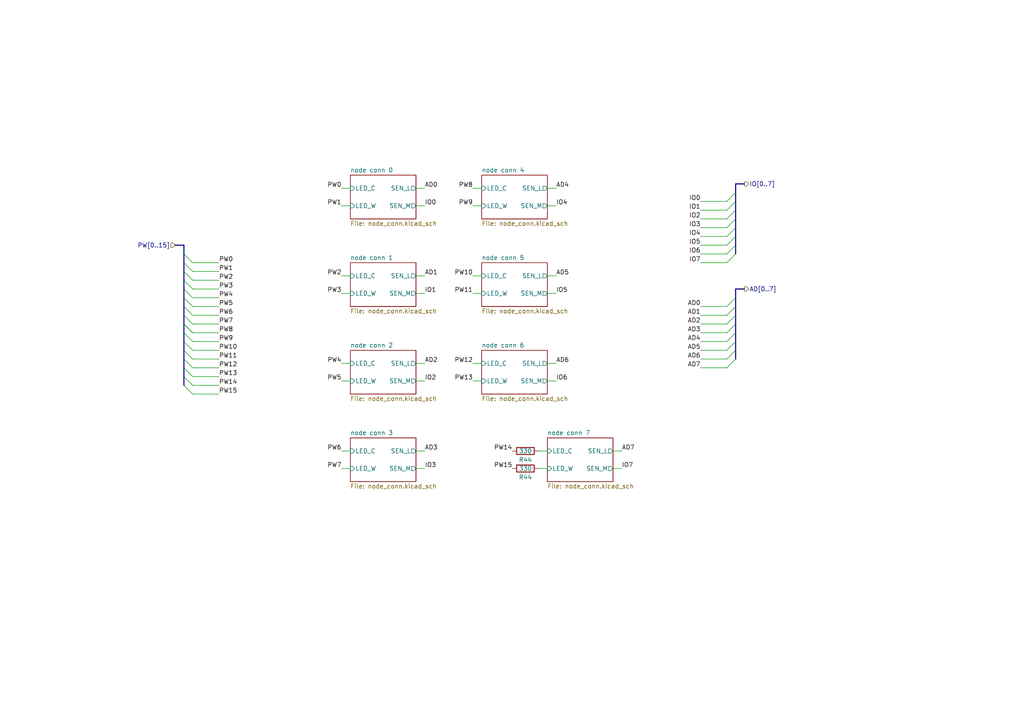
<source format=kicad_sch>
(kicad_sch (version 20231120) (generator "eeschema") (generator_version "8.0")
  (paper "A4")
  (lib_symbols
    (symbol "Device:R" (pin_numbers hide) (pin_names (offset 0))
      (property "Reference" "R" (at 2.032 0 90))
      (property "Value" "R" (at 0 0 90))
      (symbol "R_0_1"
        (rectangle (start -1.016 -2.54) (end 1.016 2.54) (stroke (width 0.254)))
      )
      (symbol "R_1_1"
        (pin passive line (at 0 3.81 270) (length 1.27) (name "~") (number "1"))
        (pin passive line (at 0 -3.81 90) (length 1.27) (name "~") (number "2"))
      )
    )
  )
  (bus_entry (at 55.88 78.74) (size -2.54 -2.54))
  (bus_entry (at 210.82 68.58) (size 2.54 -2.54))
  (bus_entry (at 210.82 66.04) (size 2.54 -2.54))
  (bus_entry (at 210.82 76.2) (size 2.54 -2.54))
  (bus_entry (at 210.82 106.68) (size 2.54 -2.54))
  (bus_entry (at 55.88 86.36) (size -2.54 -2.54))
  (bus_entry (at 55.88 101.6) (size -2.54 -2.54))
  (bus_entry (at 55.88 99.06) (size -2.54 -2.54))
  (bus_entry (at 55.88 111.76) (size -2.54 -2.54))
  (bus_entry (at 55.88 88.9) (size -2.54 -2.54))
  (bus_entry (at 210.82 88.9) (size 2.54 -2.54))
  (bus_entry (at 55.88 83.82) (size -2.54 -2.54))
  (bus_entry (at 55.88 114.3) (size -2.54 -2.54))
  (bus_entry (at 55.88 96.52) (size -2.54 -2.54))
  (bus_entry (at 210.82 104.14) (size 2.54 -2.54))
  (bus_entry (at 210.82 99.06) (size 2.54 -2.54))
  (bus_entry (at 55.88 106.68) (size -2.54 -2.54))
  (bus_entry (at 210.82 58.42) (size 2.54 -2.54))
  (bus_entry (at 210.82 71.12) (size 2.54 -2.54))
  (bus_entry (at 210.82 93.98) (size 2.54 -2.54))
  (bus_entry (at 210.82 63.5) (size 2.54 -2.54))
  (bus_entry (at 55.88 91.44) (size -2.54 -2.54))
  (bus_entry (at 55.88 96.52) (size -2.54 -2.54))
  (bus_entry (at 210.82 101.6) (size 2.54 -2.54))
  (bus_entry (at 55.88 81.28) (size -2.54 -2.54))
  (bus_entry (at 210.82 73.66) (size 2.54 -2.54))
  (bus_entry (at 210.82 96.52) (size 2.54 -2.54))
  (bus_entry (at 55.88 104.14) (size -2.54 -2.54))
  (bus_entry (at 55.88 93.98) (size -2.54 -2.54))
  (bus_entry (at 55.88 109.22) (size -2.54 -2.54))
  (bus_entry (at 210.82 60.96) (size 2.54 -2.54))
  (bus_entry (at 210.82 91.44) (size 2.54 -2.54))
  (bus_entry (at 55.88 76.2) (size -2.54 -2.54))
  (wire (pts (xy 99.06 105.41) (xy 101.6 105.41)))
  (wire (pts (xy 120.65 80.01) (xy 123.19 80.01)))
  (wire (pts (xy 99.06 59.69) (xy 101.6 59.69)))
  (wire (pts (xy 203.2 99.06) (xy 210.82 99.06)))
  (bus (pts (xy 53.34 86.36) (xy 53.34 83.82)))
  (bus (pts (xy 53.34 99.06) (xy 53.34 101.6)))
  (bus (pts (xy 53.34 73.66) (xy 53.34 71.12)))
  (bus (pts (xy 53.34 83.82) (xy 53.34 81.28)))
  (wire (pts (xy 203.2 73.66) (xy 210.82 73.66)))
  (wire (pts (xy 63.5 78.74) (xy 55.88 78.74)))
  (wire (pts (xy 158.75 85.09) (xy 161.29 85.09)))
  (wire (pts (xy 99.06 135.89) (xy 101.6 135.89)))
  (wire (pts (xy 63.5 91.44) (xy 55.88 91.44)))
  (wire (pts (xy 63.5 93.98) (xy 55.88 93.98)))
  (bus (pts (xy 213.36 83.82) (xy 215.9 83.82)))
  (bus (pts (xy 53.34 88.9) (xy 53.34 86.36)))
  (wire (pts (xy 63.5 99.06) (xy 55.88 99.06)))
  (bus (pts (xy 53.34 106.68) (xy 53.34 109.22)))
  (wire (pts (xy 203.2 104.14) (xy 210.82 104.14)))
  (wire (pts (xy 203.2 60.96) (xy 210.82 60.96)))
  (bus (pts (xy 53.34 104.14) (xy 53.34 106.68)))
  (wire (pts (xy 120.65 105.41) (xy 123.19 105.41)))
  (wire (pts (xy 203.2 96.52) (xy 210.82 96.52)))
  (wire (pts (xy 63.5 109.22) (xy 55.88 109.22)))
  (bus (pts (xy 53.34 96.52) (xy 53.34 99.06)))
  (wire (pts (xy 158.75 54.61) (xy 161.29 54.61)))
  (wire (pts (xy 177.8 130.81) (xy 180.34 130.81)))
  (bus (pts (xy 213.36 104.14) (xy 213.36 101.6)))
  (bus (pts (xy 53.34 91.44) (xy 53.34 88.9)))
  (wire (pts (xy 203.2 71.12) (xy 210.82 71.12)))
  (bus (pts (xy 53.34 78.74) (xy 53.34 76.2)))
  (wire (pts (xy 120.65 85.09) (xy 123.19 85.09)))
  (wire (pts (xy 99.06 110.49) (xy 101.6 110.49)))
  (wire (pts (xy 203.2 91.44) (xy 210.82 91.44)))
  (bus (pts (xy 213.36 96.52) (xy 213.36 93.98)))
  (wire (pts (xy 99.06 80.01) (xy 101.6 80.01)))
  (wire (pts (xy 99.06 54.61) (xy 101.6 54.61)))
  (wire (pts (xy 203.2 66.04) (xy 210.82 66.04)))
  (bus (pts (xy 213.36 91.44) (xy 213.36 88.9)))
  (wire (pts (xy 63.5 88.9) (xy 55.88 88.9)))
  (wire (pts (xy 120.65 130.81) (xy 123.19 130.81)))
  (bus (pts (xy 53.34 101.6) (xy 53.34 104.14)))
  (bus (pts (xy 53.34 81.28) (xy 53.34 78.74)))
  (wire (pts (xy 99.06 130.81) (xy 101.6 130.81)))
  (bus (pts (xy 53.34 93.98) (xy 53.34 96.52)))
  (wire (pts (xy 99.06 85.09) (xy 101.6 85.09)))
  (wire (pts (xy 203.2 93.98) (xy 210.82 93.98)))
  (wire (pts (xy 203.2 101.6) (xy 210.82 101.6)))
  (wire (pts (xy 63.5 104.14) (xy 55.88 104.14)))
  (bus (pts (xy 213.36 68.58) (xy 213.36 66.04)))
  (wire (pts (xy 137.16 54.61) (xy 139.7 54.61)))
  (wire (pts (xy 158.75 110.49) (xy 161.29 110.49)))
  (wire (pts (xy 158.75 105.41) (xy 161.29 105.41)))
  (wire (pts (xy 120.65 135.89) (xy 123.19 135.89)))
  (wire (pts (xy 63.5 76.2) (xy 55.88 76.2)))
  (wire (pts (xy 63.5 106.68) (xy 55.88 106.68)))
  (bus (pts (xy 53.34 109.22) (xy 53.34 111.76)))
  (bus (pts (xy 213.36 93.98) (xy 213.36 91.44)))
  (bus (pts (xy 213.36 88.9) (xy 213.36 86.36)))
  (bus (pts (xy 213.36 71.12) (xy 213.36 68.58)))
  (bus (pts (xy 53.34 71.12) (xy 50.8 71.12)))
  (wire (pts (xy 120.65 59.69) (xy 123.19 59.69)))
  (wire (pts (xy 63.5 96.52) (xy 55.88 96.52)))
  (bus (pts (xy 53.34 91.44) (xy 53.34 93.98)))
  (wire (pts (xy 137.16 105.41) (xy 139.7 105.41)))
  (bus (pts (xy 213.36 63.5) (xy 213.36 60.96)))
  (wire (pts (xy 203.2 68.58) (xy 210.82 68.58)))
  (wire (pts (xy 137.16 85.09) (xy 139.7 85.09)))
  (wire (pts (xy 203.2 76.2) (xy 210.82 76.2)))
  (wire (pts (xy 63.5 81.28) (xy 55.88 81.28)))
  (wire (pts (xy 120.65 54.61) (xy 123.19 54.61)))
  (bus (pts (xy 213.36 99.06) (xy 213.36 96.52)))
  (bus (pts (xy 213.36 55.88) (xy 213.36 53.34)))
  (bus (pts (xy 213.36 73.66) (xy 213.36 71.12)))
  (bus (pts (xy 213.36 53.34) (xy 215.9 53.34)))
  (bus (pts (xy 213.36 60.96) (xy 213.36 58.42)))
  (bus (pts (xy 213.36 86.36) (xy 213.36 83.82)))
  (wire (pts (xy 63.5 86.36) (xy 55.88 86.36)))
  (wire (pts (xy 137.16 59.69) (xy 139.7 59.69)))
  (bus (pts (xy 53.34 76.2) (xy 53.34 73.66)))
  (wire (pts (xy 177.8 135.89) (xy 180.34 135.89)))
  (wire (pts (xy 158.75 80.01) (xy 161.29 80.01)))
  (bus (pts (xy 213.36 58.42) (xy 213.36 55.88)))
  (wire (pts (xy 137.16 110.49) (xy 139.7 110.49)))
  (wire (pts (xy 156.21 130.81) (xy 158.75 130.81)))
  (wire (pts (xy 63.5 101.6) (xy 55.88 101.6)))
  (wire (pts (xy 63.5 111.76) (xy 55.88 111.76)))
  (wire (pts (xy 203.2 58.42) (xy 210.82 58.42)))
  (wire (pts (xy 63.5 83.82) (xy 55.88 83.82)))
  (wire (pts (xy 203.2 88.9) (xy 210.82 88.9)))
  (bus (pts (xy 213.36 101.6) (xy 213.36 99.06)))
  (wire (pts (xy 63.5 114.3) (xy 55.88 114.3)))
  (wire (pts (xy 203.2 106.68) (xy 210.82 106.68)))
  (wire (pts (xy 137.16 80.01) (xy 139.7 80.01)))
  (wire (pts (xy 156.21 135.89) (xy 158.75 135.89)))
  (wire (pts (xy 158.75 59.69) (xy 161.29 59.69)))
  (wire (pts (xy 203.2 63.5) (xy 210.82 63.5)))
  (bus (pts (xy 213.36 66.04) (xy 213.36 63.5)))
  (wire (pts (xy 120.65 110.49) (xy 123.19 110.49)))
  (label "IO5" (at 203.2 71.12 180))
  (label "PW5" (at 63.5 88.9 0))
  (label "AD3" (at 123.19 130.81 0))
  (label "PW2" (at 99.06 80.01 180))
  (label "IO6" (at 161.29 110.49 0))
  (label "PW13" (at 137.16 110.49 180))
  (label "IO1" (at 203.2 60.96 180))
  (label "AD5" (at 161.29 80.01 0))
  (label "IO5" (at 161.29 85.09 0))
  (label "PW11" (at 137.16 85.09 180))
  (label "PW4" (at 99.06 105.41 180))
  (label "PW9" (at 137.16 59.69 180))
  (label "PW1" (at 99.06 59.69 180))
  (label "PW13" (at 63.5 109.22 0))
  (label "IO0" (at 123.19 59.69 0))
  (label "AD7" (at 203.2 106.68 180))
  (label "PW12" (at 63.5 106.68 0))
  (label "PW15" (at 63.5 114.3 0))
  (label "PW3" (at 99.06 85.09 180))
  (label "PW1" (at 63.5 78.74 0))
  (label "IO4" (at 203.2 68.58 180))
  (label "PW12" (at 137.16 105.41 180))
  (label "AD3" (at 203.2 96.52 180))
  (label "IO0" (at 203.2 58.42 180))
  (label "PW14" (at 63.5 111.76 0))
  (label "AD4" (at 203.2 99.06 180))
  (label "PW6" (at 63.5 91.44 0))
  (label "PW2" (at 63.5 81.28 0))
  (label "AD6" (at 161.29 105.41 0))
  (label "IO1" (at 123.19 85.09 0))
  (label "PW15" (at 148.59 135.89 180))
  (label "AD1" (at 203.2 91.44 180))
  (label "IO4" (at 161.29 59.69 0))
  (label "AD6" (at 203.2 104.14 180))
  (label "PW10" (at 63.5 101.6 0))
  (label "PW0" (at 63.5 76.2 0))
  (label "PW4" (at 63.5 86.36 0))
  (label "PW10" (at 137.16 80.01 180))
  (label "IO3" (at 123.19 135.89 0))
  (label "PW6" (at 99.06 130.81 180))
  (label "IO6" (at 203.2 73.66 180))
  (label "AD5" (at 203.2 101.6 180))
  (label "AD2" (at 203.2 93.98 180))
  (label "PW11" (at 63.5 104.14 0))
  (label "PW14" (at 148.59 130.81 180))
  (label "PW8" (at 63.5 96.52 0))
  (label "IO2" (at 203.2 63.5 180))
  (label "IO7" (at 203.2 76.2 180))
  (label "PW8" (at 137.16 54.61 180))
  (label "AD0" (at 203.2 88.9 180))
  (label "IO7" (at 180.34 135.89 0))
  (label "PW0" (at 99.06 54.61 180))
  (label "AD2" (at 123.19 105.41 0))
  (label "PW7" (at 99.06 135.89 180))
  (label "AD1" (at 123.19 80.01 0))
  (label "IO3" (at 203.2 66.04 180))
  (label "AD7" (at 180.34 130.81 0))
  (label "AD0" (at 123.19 54.61 0))
  (label "AD4" (at 161.29 54.61 0))
  (label "PW9" (at 63.5 99.06 0))
  (label "PW3" (at 63.5 83.82 0))
  (label "PW7" (at 63.5 93.98 0))
  (label "IO2" (at 123.19 110.49 0))
  (label "PW5" (at 99.06 110.49 180))
  (hierarchical_label "IO[0..7]" (shape output) (at 215.9 53.34 0))
  (hierarchical_label "PW[0..15]" (shape input) (at 50.8 71.12 180))
  (hierarchical_label "AD[0..7]" (shape output) (at 215.9 83.82 0))
  (symbol (lib_id "Device:R") (at 152.4 130.81 90) (unit 1)
    (property "Reference" "R44" (at 152.4 133.35 90))
    (property "Value" "330" (at 152.4 130.81 90))
    (property "Footprint" "Resistor_SMD:R_0603_1608Metric_Pad0.98x0.95mm_HandSolder" (effects (hide yes)))
    (property "LCSC Part #" "C98220" (effects (hide yes)))
    (property "Total quantity" "10" (effects (hide yes)))
    (instances (project "myWindow" (path "" (reference "R44") (unit 1))) (project "corridor_distribution" (path "" (reference "R15") (unit 1))) (project "control_panel" (path "" (reference "R26") (unit 1))))
  )
  (symbol (lib_id "Device:R") (at 152.4 135.89 90) (unit 1)
    (property "Reference" "R44" (at 152.4 138.43 90))
    (property "Value" "330" (at 152.4 135.89 90))
    (property "Footprint" "Resistor_SMD:R_0603_1608Metric_Pad0.98x0.95mm_HandSolder" (effects (hide yes)))
    (property "LCSC Part #" "C98220" (effects (hide yes)))
    (property "Total quantity" "10" (effects (hide yes)))
    (instances (project "myWindow" (path "" (reference "R44") (unit 1))) (project "corridor_distribution" (path "" (reference "R14") (unit 1))) (project "control_panel" (path "" (reference "R26") (unit 1))))
  )
  (sheet (at 139.7 76.2) (size 19.05 12.7) (stroke (width 0.1524))
    (property "Sheetname" "node conn 5" (at 139.7 75.4884 0) (effects (justify left bottom)))
    (property "Sheetfile" "node_conn.kicad_sch" (at 139.7 89.4846 0) (effects (justify left top)))
    (pin "SEN_L" output (at 158.75 80.01 0))
    (pin "SEN_M" output (at 158.75 85.09 0))
    (pin "LED_C" input (at 139.7 80.01 180))
    (pin "LED_W" input (at 139.7 85.09 180))
  )
  (sheet (at 139.7 101.6) (size 19.05 12.7) (stroke (width 0.1524))
    (property "Sheetname" "node conn 6" (at 139.7 100.8884 0) (effects (justify left bottom)))
    (property "Sheetfile" "node_conn.kicad_sch" (at 139.7 114.8846 0) (effects (justify left top)))
    (pin "SEN_L" output (at 158.75 105.41 0))
    (pin "SEN_M" output (at 158.75 110.49 0))
    (pin "LED_C" input (at 139.7 105.41 180))
    (pin "LED_W" input (at 139.7 110.49 180))
  )
  (sheet (at 101.6 101.6) (size 19.05 12.7) (stroke (width 0.1524))
    (property "Sheetname" "node conn 2" (at 101.6 100.8884 0) (effects (justify left bottom)))
    (property "Sheetfile" "node_conn.kicad_sch" (at 101.6 114.8846 0) (effects (justify left top)))
    (pin "SEN_L" output (at 120.65 105.41 0))
    (pin "SEN_M" output (at 120.65 110.49 0))
    (pin "LED_C" input (at 101.6 105.41 180))
    (pin "LED_W" input (at 101.6 110.49 180))
  )
  (sheet (at 101.6 76.2) (size 19.05 12.7) (stroke (width 0.1524))
    (property "Sheetname" "node conn 1" (at 101.6 75.4884 0) (effects (justify left bottom)))
    (property "Sheetfile" "node_conn.kicad_sch" (at 101.6 89.4846 0) (effects (justify left top)))
    (pin "SEN_L" output (at 120.65 80.01 0))
    (pin "SEN_M" output (at 120.65 85.09 0))
    (pin "LED_C" input (at 101.6 80.01 180))
    (pin "LED_W" input (at 101.6 85.09 180))
  )
  (sheet (at 139.7 50.8) (size 19.05 12.7) (stroke (width 0.1524))
    (property "Sheetname" "node conn 4" (at 139.7 50.0884 0) (effects (justify left bottom)))
    (property "Sheetfile" "node_conn.kicad_sch" (at 139.7 64.0846 0) (effects (justify left top)))
    (pin "SEN_L" output (at 158.75 54.61 0))
    (pin "SEN_M" output (at 158.75 59.69 0))
    (pin "LED_C" input (at 139.7 54.61 180))
    (pin "LED_W" input (at 139.7 59.69 180))
  )
  (sheet (at 158.75 127) (size 19.05 12.7) (stroke (width 0.1524))
    (property "Sheetname" "node conn 7" (at 158.75 126.2884 0) (effects (justify left bottom)))
    (property "Sheetfile" "node_conn.kicad_sch" (at 158.75 140.2846 0) (effects (justify left top)))
    (pin "SEN_L" output (at 177.8 130.81 0))
    (pin "SEN_M" output (at 177.8 135.89 0))
    (pin "LED_C" input (at 158.75 130.81 180))
    (pin "LED_W" input (at 158.75 135.89 180))
  )
  (sheet (at 101.6 50.8) (size 19.05 12.7) (stroke (width 0.1524))
    (property "Sheetname" "node conn 0" (at 101.6 50.0884 0) (effects (justify left bottom)))
    (property "Sheetfile" "node_conn.kicad_sch" (at 101.6 64.0846 0) (effects (justify left top)))
    (pin "SEN_L" output (at 120.65 54.61 0))
    (pin "SEN_M" output (at 120.65 59.69 0))
    (pin "LED_C" input (at 101.6 54.61 180))
    (pin "LED_W" input (at 101.6 59.69 180))
  )
  (sheet (at 101.6 127) (size 19.05 12.7) (stroke (width 0.1524))
    (property "Sheetname" "node conn 3" (at 101.6 126.2884 0) (effects (justify left bottom)))
    (property "Sheetfile" "node_conn.kicad_sch" (at 101.6 140.2846 0) (effects (justify left top)))
    (pin "SEN_L" output (at 120.65 130.81 0))
    (pin "SEN_M" output (at 120.65 135.89 0))
    (pin "LED_C" input (at 101.6 130.81 180))
    (pin "LED_W" input (at 101.6 135.89 180))
  )
)
</source>
